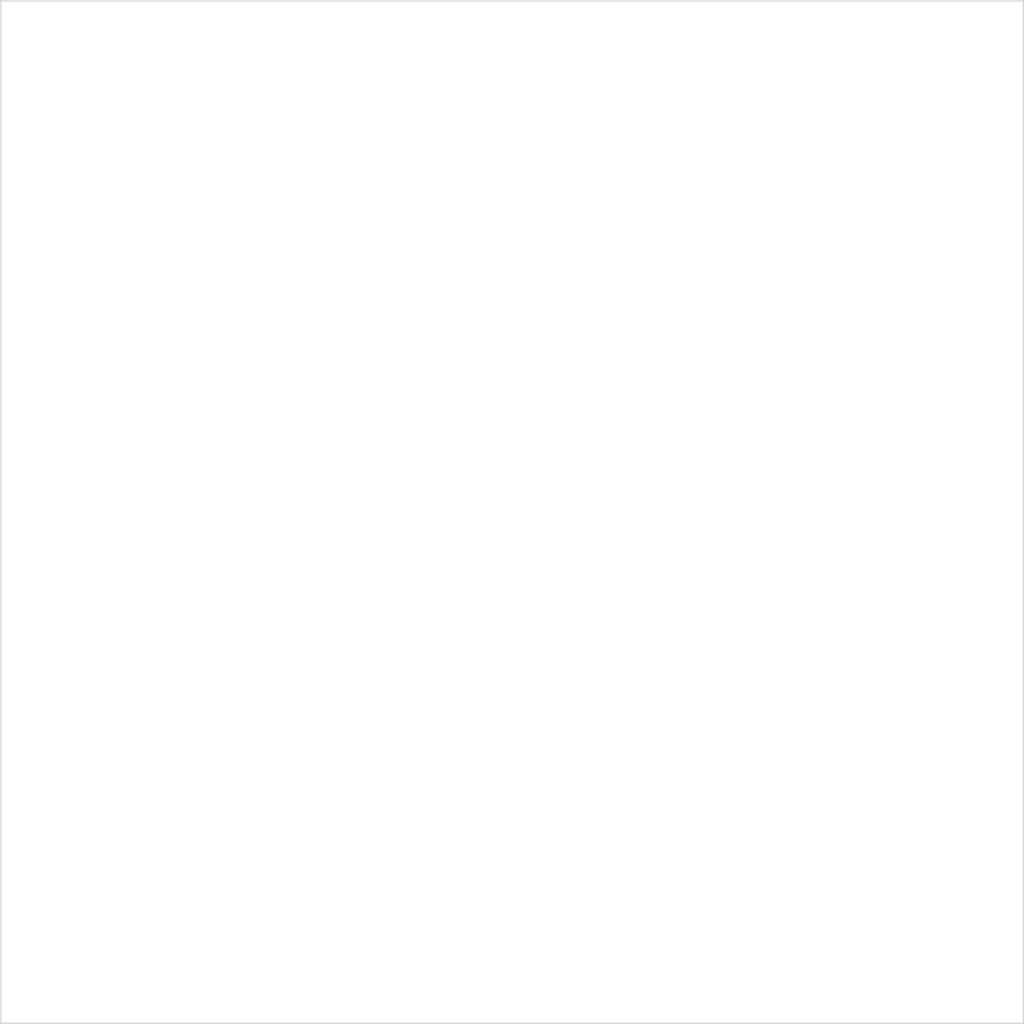
<source format=kicad_pcb>
(kicad_pcb (version 4) (host pcbnew 4.0.5-e0-6337~49~ubuntu16.04.1)

  (general
    (links 0)
    (no_connects 0)
    (area 92.924999 26.924999 193.075001 127.075001)
    (thickness 1.6)
    (drawings 4)
    (tracks 0)
    (zones 0)
    (modules 0)
    (nets 1)
  )

  (page A4)
  (layers
    (0 F.Cu signal)
    (31 B.Cu signal)
    (32 B.Adhes user)
    (33 F.Adhes user)
    (34 B.Paste user)
    (35 F.Paste user)
    (36 B.SilkS user)
    (37 F.SilkS user)
    (38 B.Mask user)
    (39 F.Mask user)
    (40 Dwgs.User user)
    (41 Cmts.User user)
    (42 Eco1.User user)
    (43 Eco2.User user)
    (44 Edge.Cuts user)
    (45 Margin user)
    (46 B.CrtYd user)
    (47 F.CrtYd user)
    (48 B.Fab user)
    (49 F.Fab user)
  )

  (setup
    (last_trace_width 0.254)
    (user_trace_width 0.1524)
    (user_trace_width 0.254)
    (user_trace_width 0.381)
    (user_trace_width 0.508)
    (user_trace_width 0.762)
    (trace_clearance 0.1524)
    (zone_clearance 0.508)
    (zone_45_only no)
    (trace_min 0.1524)
    (segment_width 0.2)
    (edge_width 0.15)
    (via_size 0.6096)
    (via_drill 0.3048)
    (via_min_size 0.6096)
    (via_min_drill 0.3048)
    (uvia_size 0.6096)
    (uvia_drill 0.3048)
    (uvias_allowed no)
    (uvia_min_size 0)
    (uvia_min_drill 0)
    (pcb_text_width 0.3)
    (pcb_text_size 1.5 1.5)
    (mod_edge_width 0.15)
    (mod_text_size 1 1)
    (mod_text_width 0.15)
    (pad_size 1.524 1.524)
    (pad_drill 0.762)
    (pad_to_mask_clearance 0.2)
    (aux_axis_origin 93 127)
    (grid_origin 93 127)
    (visible_elements FFFFFF7F)
    (pcbplotparams
      (layerselection 0x00030_80000001)
      (usegerberextensions false)
      (excludeedgelayer true)
      (linewidth 0.100000)
      (plotframeref false)
      (viasonmask false)
      (mode 1)
      (useauxorigin false)
      (hpglpennumber 1)
      (hpglpenspeed 20)
      (hpglpendiameter 15)
      (hpglpenoverlay 2)
      (psnegative false)
      (psa4output false)
      (plotreference true)
      (plotvalue true)
      (plotinvisibletext false)
      (padsonsilk false)
      (subtractmaskfromsilk false)
      (outputformat 1)
      (mirror false)
      (drillshape 1)
      (scaleselection 1)
      (outputdirectory ""))
  )

  (net 0 "")

  (net_class Default "This is the default net class."
    (clearance 0.1524)
    (trace_width 0.1524)
    (via_dia 0.6096)
    (via_drill 0.3048)
    (uvia_dia 0.6096)
    (uvia_drill 0.3048)
  )

  (gr_line (start 193 27) (end 93 27) (angle 90) (layer Edge.Cuts) (width 0.15))
  (gr_line (start 193 127) (end 193 27) (angle 90) (layer Edge.Cuts) (width 0.15))
  (gr_line (start 93 127) (end 193 127) (angle 90) (layer Edge.Cuts) (width 0.15))
  (gr_line (start 93 27) (end 93 127) (angle 90) (layer Edge.Cuts) (width 0.15))

)

</source>
